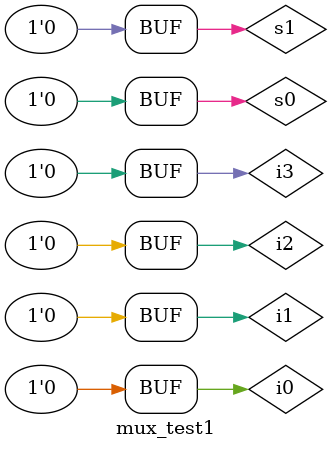
<source format=v>
`timescale 1ns / 1ps


module mux_test1;

	// Inputs
	reg i0;
	reg i1;
	reg i2;
	reg i3;
	reg s0;
	reg s1;

	// Outputs
	wire op;

	// Instantiate the Unit Under Test (UUT)
	mux uut (
		.i0(i0), 
		.i1(i1), 
		.i2(i2), 
		.i3(i3), 
		.s0(s0), 
		.s1(s1), 
		.op(op)
	);

	initial begin
		// Initialize Inputs
		i0 = 0;
		i1 = 0;
		i2 = 0;
		i3 = 0;
		s0 = 0;
		s1 = 0;

		// Wait 100 ns for global reset to finish
		#100;
        
		// Add stimulus here

	end
      
endmodule


</source>
